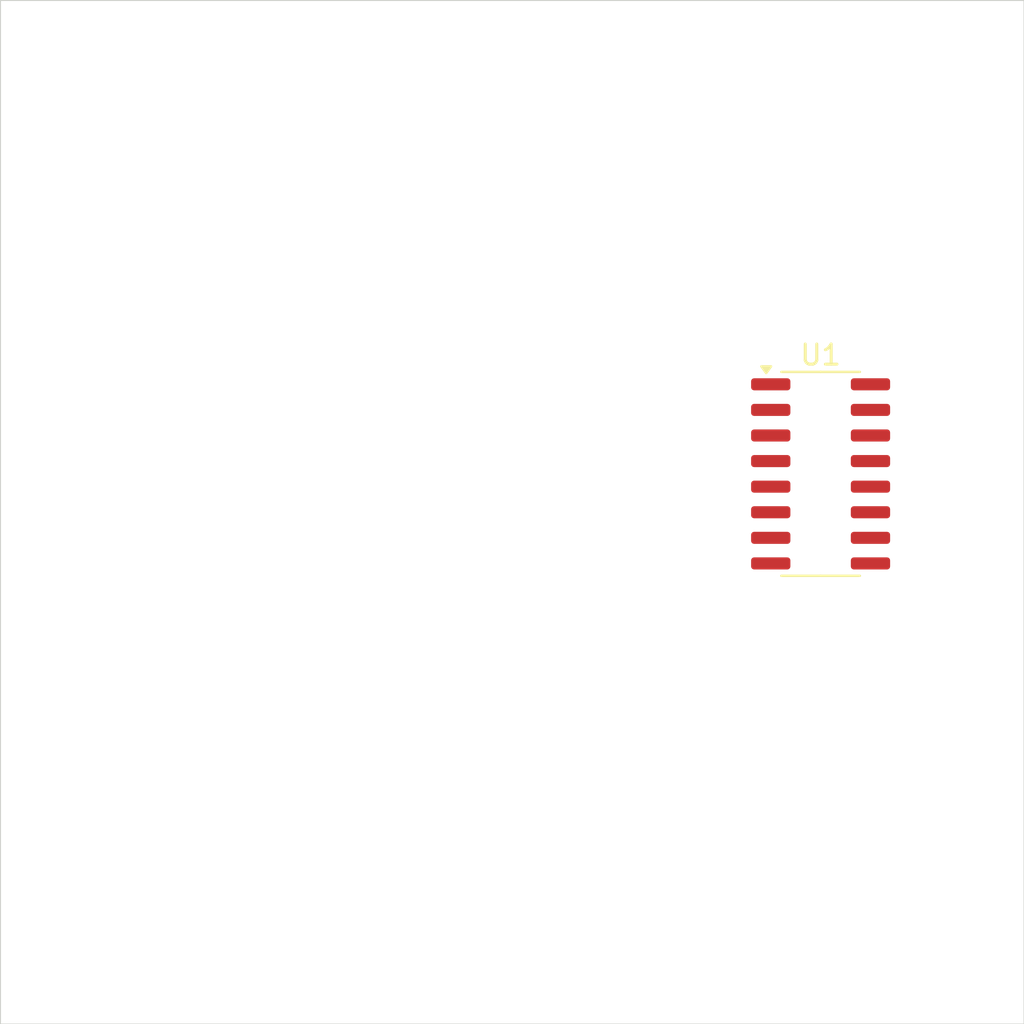
<source format=kicad_pcb>
(kicad_pcb (version 20240108) (generator "pcbnew") (generator_version "8.0")
  (layers (0 "F.Cu" signal) (31 "B.Cu" signal) (34 "B.Paste" user) (35 "F.Paste" user) (36 "B.SilkS" user "B.Silkscreen") (37 "F.SilkS" user "F.Silkscreen") (38 "B.Mask" user) (39 "F.Mask" user) (44 "Edge.Cuts" user))
  (net 0 "")
  (footprint "Package_SO:SOIC-16_3.9x9.9mm_P1.27mm" (layer "F.Cu") (at 116.905 74.295)
    (property "Reference" "U1" (at 0 -5.9 0) (layer "F.SilkS"))
    (property "Value" "ULN2003A")
    (fp_line (start 0 -5.06) (end -1.95 -5.06) (stroke (width 0.12)) (layer "F.SilkS"))
    (fp_line (start 0 -5.06) (end 1.95 -5.06) (stroke (width 0.12)) (layer "F.SilkS"))
    (fp_line (start 0 5.06) (end -1.95 5.06) (stroke (width 0.12)) (layer "F.SilkS"))
    (fp_line (start 0 5.06) (end 1.95 5.06) (stroke (width 0.12)) (layer "F.SilkS"))
    (fp_poly (pts (xy -2.7 -5.005) (xy -2.94 -5.335) (xy -2.46 -5.335) (xy -2.7 -5.005)) (stroke (width 0.12)) (fill solid) (layer "F.SilkS"))
    (pad "1" smd roundrect (at -2.475 -4.445) (size 1.95 0.6) (layers "F.Cu" "F.Paste" "F.Mask"))
    (pad "2" smd roundrect (at -2.475 -3.175) (size 1.95 0.6) (layers "F.Cu" "F.Paste" "F.Mask"))
    (pad "3" smd roundrect (at -2.475 -1.905) (size 1.95 0.6) (layers "F.Cu" "F.Paste" "F.Mask"))
    (pad "4" smd roundrect (at -2.475 -0.635) (size 1.95 0.6) (layers "F.Cu" "F.Paste" "F.Mask"))
    (pad "5" smd roundrect (at -2.475 0.635) (size 1.95 0.6) (layers "F.Cu" "F.Paste" "F.Mask"))
    (pad "6" smd roundrect (at -2.475 1.905) (size 1.95 0.6) (layers "F.Cu" "F.Paste" "F.Mask"))
    (pad "7" smd roundrect (at -2.475 3.175) (size 1.95 0.6) (layers "F.Cu" "F.Paste" "F.Mask"))
    (pad "8" smd roundrect (at -2.475 4.445) (size 1.95 0.6) (layers "F.Cu" "F.Paste" "F.Mask"))
    (pad "9" smd roundrect (at 2.475 4.445) (size 1.95 0.6) (layers "F.Cu" "F.Paste" "F.Mask"))
    (pad "10" smd roundrect (at 2.475 3.175) (size 1.95 0.6) (layers "F.Cu" "F.Paste" "F.Mask"))
    (pad "11" smd roundrect (at 2.475 1.905) (size 1.95 0.6) (layers "F.Cu" "F.Paste" "F.Mask"))
    (pad "12" smd roundrect (at 2.475 0.635) (size 1.95 0.6) (layers "F.Cu" "F.Paste" "F.Mask"))
    (pad "13" smd roundrect (at 2.475 -0.635) (size 1.95 0.6) (layers "F.Cu" "F.Paste" "F.Mask"))
    (pad "14" smd roundrect (at 2.475 -1.905) (size 1.95 0.6) (layers "F.Cu" "F.Paste" "F.Mask"))
    (pad "15" smd roundrect (at 2.475 -3.175) (size 1.95 0.6) (layers "F.Cu" "F.Paste" "F.Mask"))
    (pad "16" smd roundrect (at 2.475 -4.445) (size 1.95 0.6) (layers "F.Cu" "F.Paste" "F.Mask"))
  )
  (gr_rect (start 76.2 50.8) (end 127 101.6) (stroke (width 0.05)) (fill none) (layer "Edge.Cuts"))
)
</source>
